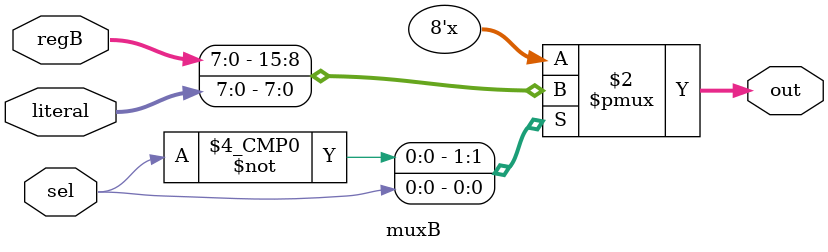
<source format=v>
module muxB(
    input [7:0] regB,
    input [7:0] literal,
    input sel,
    output reg [7:0] out
);
    always @(*) begin
        case(sel)
            1'b0: out = regB;
            1'b1: out = literal;
        endcase
    end
endmodule
</source>
